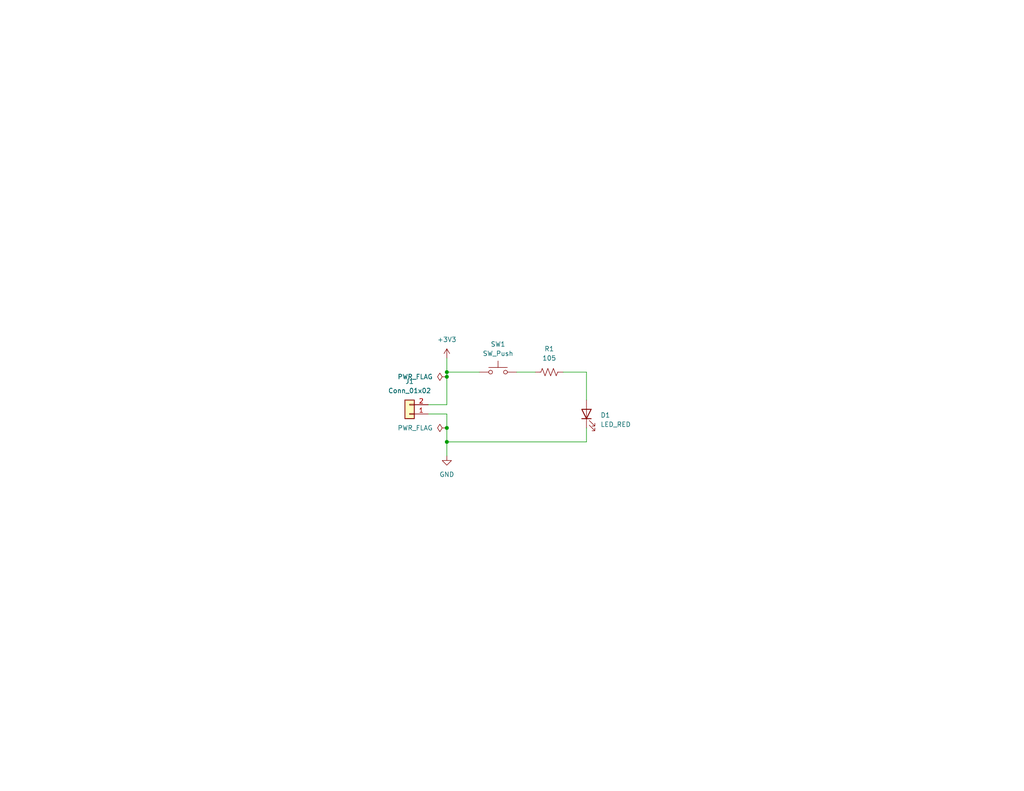
<source format=kicad_sch>
(kicad_sch (version 20230121) (generator eeschema)
  (paper "USLetter")
  (title_block (title "prog1") (date "2023-09-05") (rev "0.0") (company "Illini Solar Car") (comment 1 "Designed By: Michael Xu"))
  (lib_symbols
    (symbol "Connector_Generic:Conn_01x02" (pin_names (offset 1.016) hide)
      (property "Reference" "J" (at 0 2.54 0))
      (property "Value" "Conn_01x02" (at 0 -5.08 0))
      (symbol "Conn_01x02_1_1"
        (rectangle (start -1.27 -2.413) (end 0 -2.667) (stroke (width 0.1524)))
        (rectangle (start -1.27 0.127) (end 0 -0.127) (stroke (width 0.1524)))
        (rectangle (start -1.27 1.27) (end 1.27 -3.81) (stroke (width 0.254)) (fill (type background)))
        (pin passive line (at -5.08 0 0) (length 3.81) (name "Pin_1") (number "1"))
        (pin passive line (at -5.08 -2.54 0) (length 3.81) (name "Pin_2") (number "2"))
      )
    )
    (symbol "Device:LED" (pin_numbers hide) (pin_names (offset 1.016) hide)
      (property "Reference" "D" (at 0 2.54 0))
      (property "Value" "LED" (at 0 -2.54 0))
      (symbol "LED_0_1"
        (polyline (pts (xy -1.27 -1.27) (xy -1.27 1.27)) (stroke (width 0.254)))
        (polyline (pts (xy -1.27 0) (xy 1.27 0)))
        (polyline (pts (xy 1.27 -1.27) (xy 1.27 1.27) (xy -1.27 0) (xy 1.27 -1.27)) (stroke (width 0.254)))
        (polyline (pts (xy -3.048 -0.762) (xy -4.572 -2.286) (xy -3.81 -2.286) (xy -4.572 -2.286) (xy -4.572 -1.524)))
        (polyline (pts (xy -1.778 -0.762) (xy -3.302 -2.286) (xy -2.54 -2.286) (xy -3.302 -2.286) (xy -3.302 -1.524)))
      )
      (symbol "LED_1_1"
        (pin passive line (at -3.81 0 0) (length 2.54) (name "K") (number "1"))
        (pin passive line (at 3.81 0 180) (length 2.54) (name "A") (number "2"))
      )
    )
    (symbol "Device:R_US" (pin_numbers hide) (pin_names (offset 0))
      (property "Reference" "R" (at 2.54 0 90))
      (property "Value" "R_US" (at -2.54 0 90))
      (symbol "R_US_0_1"
        (polyline (pts (xy 0 -2.286) (xy 0 -2.54)))
        (polyline (pts (xy 0 2.286) (xy 0 2.54)))
        (polyline (pts (xy 0 -0.762) (xy 1.016 -1.143) (xy 0 -1.524) (xy -1.016 -1.905) (xy 0 -2.286)))
        (polyline (pts (xy 0 0.762) (xy 1.016 0.381) (xy 0 0) (xy -1.016 -0.381) (xy 0 -0.762)))
        (polyline (pts (xy 0 2.286) (xy 1.016 1.905) (xy 0 1.524) (xy -1.016 1.143) (xy 0 0.762)))
      )
      (symbol "R_US_1_1"
        (pin passive line (at 0 3.81 270) (length 1.27) (name "~") (number "1"))
        (pin passive line (at 0 -3.81 90) (length 1.27) (name "~") (number "2"))
      )
    )
    (symbol "Switch:SW_Push" (pin_numbers hide) (pin_names (offset 1.016) hide)
      (property "Reference" "SW" (at 1.27 2.54 0))
      (property "Value" "SW_Push" (at 0 -1.524 0))
      (symbol "SW_Push_0_1"
        (circle (center -2.032 0) (radius 0.508))
        (polyline (pts (xy 0 1.27) (xy 0 3.048)))
        (polyline (pts (xy 2.54 1.27) (xy -2.54 1.27)))
        (circle (center 2.032 0) (radius 0.508))
        (pin passive line (at -5.08 0 0) (length 2.54) (name "1") (number "1"))
        (pin passive line (at 5.08 0 180) (length 2.54) (name "2") (number "2"))
      )
    )
    (symbol "power:+3V3" (power) (pin_names (offset 0))
      (property "Value" "+3V3" (at 0 3.556 0))
      (symbol "+3V3_0_1"
        (polyline (pts (xy -0.762 1.27) (xy 0 2.54)))
        (polyline (pts (xy 0 0) (xy 0 2.54)))
        (polyline (pts (xy 0 2.54) (xy 0.762 1.27)))
      )
      (symbol "+3V3_1_1"
        (pin power_in line (at 0 0 90) (length 0) hide (name "+3V3") (number "1"))
      )
    )
    (symbol "power:GND" (power) (pin_names (offset 0))
      (property "Value" "GND" (at 0 -3.81 0))
      (symbol "GND_0_1"
        (polyline (pts (xy 0 0) (xy 0 -1.27) (xy 1.27 -1.27) (xy 0 -2.54) (xy -1.27 -1.27) (xy 0 -1.27)))
      )
      (symbol "GND_1_1"
        (pin power_in line (at 0 0 270) (length 0) hide (name "GND") (number "1"))
      )
    )
    (symbol "power:PWR_FLAG" (power) (pin_numbers hide) (pin_names (offset 0) hide)
      (property "Value" "PWR_FLAG" (at 0 3.81 0))
      (symbol "PWR_FLAG_0_0"
        (pin power_out line (at 0 0 90) (length 0) (name "pwr") (number "1"))
      )
      (symbol "PWR_FLAG_0_1"
        (polyline (pts (xy 0 0) (xy 0 1.27) (xy -1.016 1.905) (xy 0 2.54) (xy 1.016 1.905) (xy 0 1.27)))
      )
    )
  )
  (junction (at 121.92 102.87))
  (junction (at 121.92 101.6))
  (junction (at 121.92 120.65))
  (junction (at 121.92 116.84))
  (wire (pts (xy 160.02 120.65) (xy 121.92 120.65)))
  (wire (pts (xy 121.92 110.49) (xy 121.92 102.87)))
  (wire (pts (xy 121.92 116.84) (xy 121.92 120.65)))
  (wire (pts (xy 121.92 101.6) (xy 130.81 101.6)))
  (wire (pts (xy 121.92 101.6) (xy 121.92 97.79)))
  (wire (pts (xy 121.92 120.65) (xy 121.92 124.46)))
  (wire (pts (xy 160.02 101.6) (xy 160.02 109.22)))
  (wire (pts (xy 140.97 101.6) (xy 146.05 101.6)))
  (wire (pts (xy 116.84 110.49) (xy 121.92 110.49)))
  (wire (pts (xy 116.84 113.03) (xy 121.92 113.03)))
  (wire (pts (xy 121.92 113.03) (xy 121.92 116.84)))
  (wire (pts (xy 121.92 102.87) (xy 121.92 101.6)))
  (wire (pts (xy 160.02 116.84) (xy 160.02 120.65)))
  (wire (pts (xy 153.67 101.6) (xy 160.02 101.6)))
  (symbol (lib_id "power:PWR_FLAG") (at 121.92 102.87 90) (unit 1)
    (property "Reference" "#FLG02" (effects hide))
    (property "Value" "PWR_FLAG" (at 118.11 102.87 90) (effects (justify left)))
  )
  (symbol (lib_id "power:+3V3") (at 121.92 97.79 0) (unit 1)
    (property "Reference" "#PWR01" (effects hide))
    (property "Value" "+3V3" (at 121.92 92.71 0))
  )
  (symbol (lib_id "Switch:SW_Push") (at 135.89 101.6 0) (unit 1)
    (property "Reference" "SW1" (at 135.89 93.98 0))
    (property "Value" "SW_Push" (at 135.89 96.52 0))
    (property "Footprint" "Button_Switch_SMD:SW_DIP_SPSTx01_Slide_6.7x4.1mm_W8.61mm_P2.54mm_LowProfile" (effects hide))
    (property "Datasheet" "https://www.te.com/commerce/DocumentDelivery/DDEController?Action=showdoc&DocId=Customer+Drawing%7F1825910%7FD%7Fpdf%7FEnglish%7FENG_CD_1825910_D.pdf%7F1825910-6" (effects hide))
    (property "MPN" "1825910-6" (effects hide))
  )
  (symbol (lib_id "power:PWR_FLAG") (at 121.92 116.84 90) (unit 1)
    (property "Reference" "#FLG01" (effects hide))
    (property "Value" "PWR_FLAG" (at 118.11 116.84 90) (effects (justify left)))
  )
  (symbol (lib_id "power:GND") (at 121.92 124.46 0) (unit 1)
    (property "Reference" "#PWR02" (effects hide))
    (property "Value" "GND" (at 121.92 129.54 0))
  )
  (symbol (lib_id "Device:LED") (at 160.02 113.03 90) (unit 1)
    (property "Reference" "D1" (at 163.83 113.3475 90) (effects (justify right)))
    (property "Value" "LED_RED" (at 163.83 115.8875 90) (effects (justify right)))
    (property "Footprint" "layout:LED_0603_Symbol_on_F.SilkS" (effects hide))
  )
  (symbol (lib_id "Connector_Generic:Conn_01x02") (at 111.76 113.03 180) (unit 1)
    (property "Reference" "J1" (at 111.76 104.14 0))
    (property "Value" "Conn_01x02" (at 111.76 106.68 0))
    (property "Footprint" "Connector_Molex:Molex_KK-254_AE-6410-02A_1x02_P2.54mm_Vertical" (effects hide))
    (property "Datasheet" "https://tools.molex.com/pdm_docs/sd/022272021_sd.pdf" (effects hide))
    (property "MPN" "022272021" (effects hide))
  )
  (symbol (lib_id "Device:R_US") (at 149.86 101.6 90) (unit 1)
    (property "Reference" "R1" (at 149.86 95.25 90))
    (property "Value" "105" (at 149.86 97.79 90))
    (property "Footprint" "Resistor_SMD:R_0603_1608Metric_Pad0.98x0.95mm_HandSolder" (effects hide))
  )
)
</source>
